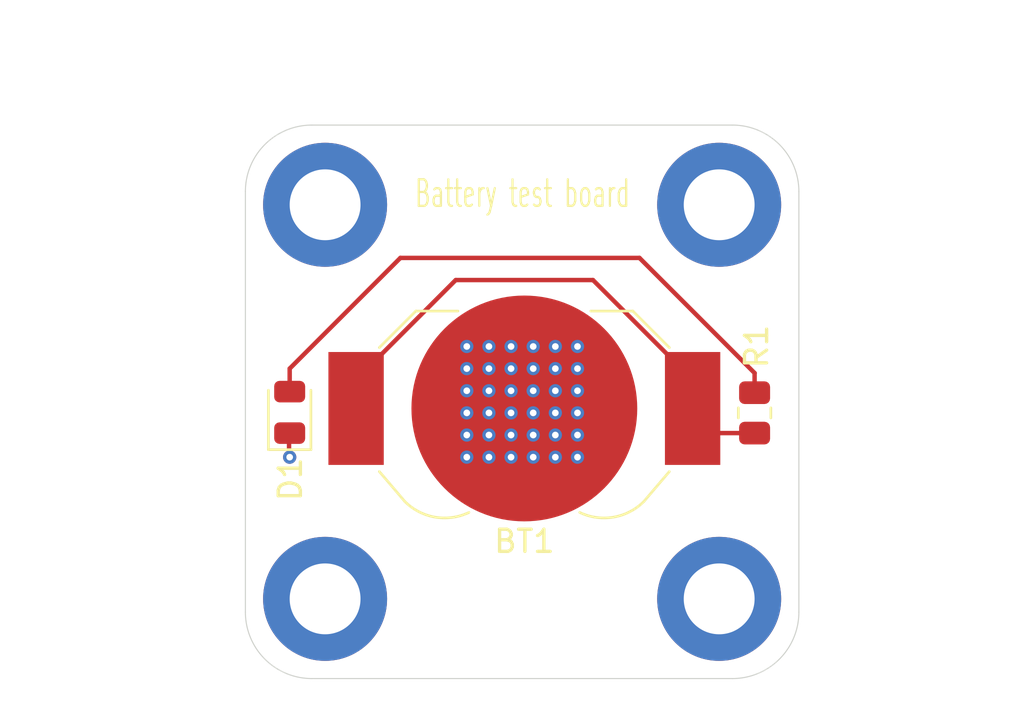
<source format=kicad_pcb>
(kicad_pcb (version 20240108) (generator "pcbnew") (generator_version "8.0")
  (layers (0 "F.Cu" signal) (1 "In1.Cu" signal) (2 "In2.Cu" signal) (31 "B.Cu" signal) (34 "B.Paste" user) (35 "F.Paste" user) (36 "B.SilkS" user "B.Silkscreen") (37 "F.SilkS" user "F.Silkscreen") (38 "B.Mask" user) (39 "F.Mask" user) (44 "Edge.Cuts" user))
  (net 0 "")
  (net 1 "/+V")
  (net 2 "/-V")
  (net 3 "Net-(D1-A)")
  (footprint "LED_SMD:LED_0805_2012Metric" (layer "F.Cu") (at 130.2 100.576413 90)
    (property "Reference" "D1" (at -3.023587 0.028661 -90) (layer "F.SilkS"))
    (property "Value" "LED")
    (fp_line (start 1 -0.96) (end -1.684999 -0.96) (stroke (width 0.12)) (layer "F.SilkS"))
    (fp_line (start -1.684999 -0.96) (end -1.684999 0.96) (stroke (width 0.12)) (layer "F.SilkS"))
    (fp_line (start -1.684999 0.96) (end 1 0.96) (stroke (width 0.12)) (layer "F.SilkS"))
    (pad "1" smd roundrect (at -0.937501 0 90) (size 0.975 1.4) (layers "F.Cu" "F.Paste" "F.Mask") (net 2 "/-V"))
    (pad "2" smd roundrect (at 0.937501 0 90) (size 0.975 1.4) (layers "F.Cu" "F.Paste" "F.Mask") (net 3 "Net-(D1-A)"))
  )
  (footprint "MountingHole:MountingHole_3.2mm_M3_DIN965_Pad" (layer "F.Cu") (at 131.8 109)
    (property "Reference" "H3" (hide yes))
    (property "Value" "MountingHole")
    (pad "1" thru_hole circle (at 0 0) (size 5.6 5.6) (drill 3.2) (layers "*.Cu" "*.Mask"))
  )
  (footprint "MountingHole:MountingHole_3.2mm_M3_DIN965_Pad" (layer "F.Cu") (at 149.6 109)
    (property "Reference" "H4" (hide yes))
    (property "Value" "MountingHole")
    (pad "1" thru_hole circle (at 0 0) (size 5.6 5.6) (drill 3.2) (layers "*.Cu" "*.Mask"))
  )
  (footprint "Resistor_SMD:R_0805_2012Metric" (layer "F.Cu") (at 151.2 100.6 90)
    (property "Reference" "R1" (at 3 0.0875 -90) (layer "F.SilkS"))
    (property "Value" "R")
    (fp_line (start -0.227064 -0.735) (end 0.227064 -0.735) (stroke (width 0.12)) (layer "F.SilkS"))
    (fp_line (start -0.227064 0.735) (end 0.227064 0.735) (stroke (width 0.12)) (layer "F.SilkS"))
    (pad "1" smd roundrect (at -0.9125 0 90) (size 1.025 1.4) (layers "F.Cu" "F.Paste" "F.Mask") (roundrect_rratio 0.243902) (net 1 "/+V"))
    (pad "2" smd roundrect (at 0.9125 0 90) (size 1.025 1.4) (layers "F.Cu" "F.Paste" "F.Mask") (roundrect_rratio 0.243902) (net 3 "Net-(D1-A)"))
  )
  (footprint "MountingHole:MountingHole_3.2mm_M3_DIN965_Pad" (layer "F.Cu") (at 149.6 91.2)
    (property "Reference" "H2" (hide yes))
    (property "Value" "MountingHole")
    (pad "1" thru_hole circle (at 0 0) (size 5.6 5.6) (drill 3.2) (layers "*.Cu" "*.Mask"))
  )
  (footprint "Battery:BatteryHolder_LINX_BAT-HLD-012-SMT" (layer "F.Cu") (at 140.8 100.4)
    (property "Reference" "BT1" (at 0 6 0) (layer "F.SilkS"))
    (property "Value" "Battery")
    (fp_line (start -6.55 -2.75) (end -4.9 -4.4) (stroke (width 0.12)) (layer "F.SilkS"))
    (fp_line (start -6.55 2.85) (end -5.4 4.2) (stroke (width 0.12)) (layer "F.SilkS"))
    (fp_line (start -4.9 -4.4) (end -3 -4.4) (stroke (width 0.12)) (layer "F.SilkS"))
    (fp_line (start 4.9 -4.4) (end 3 -4.4) (stroke (width 0.12)) (layer "F.SilkS"))
    (fp_line (start 4.9 -4.4) (end 6.55 -2.75) (stroke (width 0.12)) (layer "F.SilkS"))
    (fp_line (start 6.55 2.85) (end 5.4 4.2) (stroke (width 0.12)) (layer "F.SilkS"))
    (fp_arc (start -2.504098 4.697607) (mid -4.031094 4.908816) (end -5.4 4.2) (stroke (width 0.12)) (layer "F.SilkS"))
    (fp_arc (start 5.4 4.2) (mid 4.029781 4.909041) (end 2.501694 4.696459) (stroke (width 0.12)) (layer "F.SilkS"))
    (pad "1" smd rect (at -7.6 0) (size 2.5 5.1) (layers "F.Cu" "F.Paste" "F.Mask") (net 1 "/+V"))
    (pad "1" smd rect (at 7.6 0) (size 2.5 5.1) (layers "F.Cu" "F.Paste" "F.Mask") (net 1 "/+V"))
    (pad "2" smd circle (at 0 0) (size 10.2 10.2) (layers "F.Cu" "F.Mask") (net 2 "/-V"))
  )
  (footprint "MountingHole:MountingHole_3.2mm_M3_DIN965_Pad" (layer "F.Cu") (at 131.8 91.2)
    (property "Reference" "H1" (hide yes))
    (property "Value" "MountingHole")
    (pad "1" thru_hole circle (at 0 0) (size 5.6 5.6) (drill 3.2) (layers "*.Cu" "*.Mask"))
  )
  (gr_arc (start 131.2 112.6) (mid 129.07868 111.72132) (end 128.2 109.6) (stroke (width 0.05)) (layer "Edge.Cuts"))
  (gr_line (start 153.2 90.6) (end 153.2 109.6) (stroke (width 0.05)) (layer "Edge.Cuts"))
  (gr_line (start 131.2 87.6) (end 150.2 87.6) (stroke (width 0.05)) (layer "Edge.Cuts"))
  (gr_line (start 150.2 112.6) (end 131.2 112.6) (stroke (width 0.05)) (layer "Edge.Cuts"))
  (gr_arc (start 150.2 87.6) (mid 152.32132 88.47868) (end 153.2 90.6) (stroke (width 0.05)) (layer "Edge.Cuts"))
  (gr_line (start 128.2 109.6) (end 128.2 90.6) (stroke (width 0.05)) (layer "Edge.Cuts"))
  (gr_arc (start 128.2 90.6) (mid 129.07868 88.47868) (end 131.2 87.6) (stroke (width 0.05)) (layer "Edge.Cuts"))
  (gr_arc (start 153.2 109.6) (mid 152.32132 111.72132) (end 150.2 112.6) (stroke (width 0.05)) (layer "Edge.Cuts"))
  (gr_text "Battery test board" (at 135.8 91.4 0) (layer "F.SilkS") (effects (font (size 1.2 0.7) (thickness 0.1)) (justify left bottom)))
  (segment (start 137.7 94.6) (end 133.2 99.1) (width 0.2) (layer "F.Cu") (net 1))
  (segment (start 133.2 99.1) (end 133.2 100.4) (width 0.2) (layer "F.Cu") (net 1))
  (segment (start 148.4 100.4) (end 148.4 99.1) (width 0.2) (layer "F.Cu") (net 1))
  (segment (start 148.4 99.1) (end 143.9 94.6) (width 0.2) (layer "F.Cu") (net 1))
  (segment (start 151.2 101.5125) (end 149.5125 101.5125) (width 0.2) (layer "F.Cu") (net 1))
  (segment (start 143.9 94.6) (end 137.7 94.6) (width 0.2) (layer "F.Cu") (net 1))
  (segment (start 149.5125 101.5125) (end 148.4 100.4) (width 0.2) (layer "F.Cu") (net 1))
  (segment (start 148.2 100.6) (end 148.4 100.4) (width 0.2) (layer "F.Cu") (net 1))
  (segment (start 130.171339 101.513914) (end 130.171339 102.571339) (width 0.2) (layer "F.Cu") (net 2))
  (via (at 142.2 100.6) (size 0.6) (drill 0.3) (layers "F.Cu" "B.Cu") (net 2))
  (via (at 139.2 97.6) (size 0.6) (drill 0.3) (layers "F.Cu" "B.Cu") (net 2))
  (via (at 142.2 97.6) (size 0.6) (drill 0.3) (layers "F.Cu" "B.Cu") (net 2))
  (via (at 139.2 98.6) (size 0.6) (drill 0.3) (layers "F.Cu" "B.Cu") (net 2))
  (via (at 140.2 102.6) (size 0.6) (drill 0.3) (layers "F.Cu" "B.Cu") (net 2))
  (via (at 139.2 99.6) (size 0.6) (drill 0.3) (layers "F.Cu" "B.Cu") (net 2))
  (via (at 140.2 100.6) (size 0.6) (drill 0.3) (layers "F.Cu" "B.Cu") (net 2))
  (via (at 139.2 101.6) (size 0.6) (drill 0.3) (layers "F.Cu" "B.Cu") (net 2))
  (via (at 140.2 97.6) (size 0.6) (drill 0.3) (layers "F.Cu" "B.Cu") (net 2))
  (via (at 141.2 100.6) (size 0.6) (drill 0.3) (layers "F.Cu" "B.Cu") (net 2))
  (via (at 141.2 99.6) (size 0.6) (drill 0.3) (layers "F.Cu" "B.Cu") (net 2))
  (via (at 141.2 97.6) (size 0.6) (drill 0.3) (layers "F.Cu" "B.Cu") (net 2))
  (via (at 140.2 98.6) (size 0.6) (drill 0.3) (layers "F.Cu" "B.Cu") (net 2))
  (via (at 141.2 98.6) (size 0.6) (drill 0.3) (layers "F.Cu" "B.Cu") (net 2))
  (via (at 138.2 102.6) (size 0.6) (drill 0.3) (layers "F.Cu" "B.Cu") (net 2))
  (via (at 142.2 99.6) (size 0.6) (drill 0.3) (layers "F.Cu" "B.Cu") (net 2))
  (via (at 140.2 99.6) (size 0.6) (drill 0.3) (layers "F.Cu" "B.Cu") (net 2))
  (via (at 142.2 102.6) (size 0.6) (drill 0.3) (layers "F.Cu" "B.Cu") (net 2))
  (via (at 140.2 101.6) (size 0.6) (drill 0.3) (layers "F.Cu" "B.Cu") (net 2))
  (via (at 142.2 101.6) (size 0.6) (drill 0.3) (layers "F.Cu" "B.Cu") (net 2))
  (via (at 141.2 101.6) (size 0.6) (drill 0.3) (layers "F.Cu" "B.Cu") (net 2))
  (via (at 139.2 100.6) (size 0.6) (drill 0.3) (layers "F.Cu" "B.Cu") (net 2))
  (via (at 143.2 100.6) (size 0.6) (drill 0.3) (layers "F.Cu" "B.Cu") (net 2))
  (via (at 138.2 99.6) (size 0.6) (drill 0.3) (layers "F.Cu" "B.Cu") (net 2))
  (via (at 138.2 100.6) (size 0.6) (drill 0.3) (layers "F.Cu" "B.Cu") (net 2))
  (via (at 143.2 102.6) (size 0.6) (drill 0.3) (layers "F.Cu" "B.Cu") (net 2))
  (via (at 139.2 102.6) (size 0.6) (drill 0.3) (layers "F.Cu" "B.Cu") (net 2))
  (via (at 143.2 101.6) (size 0.6) (drill 0.3) (layers "F.Cu" "B.Cu") (net 2))
  (via (at 138.2 101.6) (size 0.6) (drill 0.3) (layers "F.Cu" "B.Cu") (net 2))
  (via (at 143.2 97.6) (size 0.6) (drill 0.3) (layers "F.Cu" "B.Cu") (net 2))
  (via (at 130.2 102.6) (size 0.6) (drill 0.3) (layers "F.Cu" "B.Cu") (net 2))
  (via (at 138.2 98.6) (size 0.6) (drill 0.3) (layers "F.Cu" "B.Cu") (net 2))
  (via (at 143.2 98.6) (size 0.6) (drill 0.3) (layers "F.Cu" "B.Cu") (net 2))
  (via (at 142.2 98.6) (size 0.6) (drill 0.3) (layers "F.Cu" "B.Cu") (net 2))
  (via (at 143.2 99.6) (size 0.6) (drill 0.3) (layers "F.Cu" "B.Cu") (net 2))
  (via (at 138.2 97.6) (size 0.6) (drill 0.3) (layers "F.Cu" "B.Cu") (net 2))
  (via (at 141.2 102.6) (size 0.6) (drill 0.3) (layers "F.Cu" "B.Cu") (net 2))
  (segment (start 151.2 98.8) (end 146 93.6) (width 0.2) (layer "F.Cu") (net 3))
  (segment (start 135.2 93.6) (end 130.2 98.6) (width 0.2) (layer "F.Cu") (net 3))
  (segment (start 146 93.6) (end 135.2 93.6) (width 0.2) (layer "F.Cu") (net 3))
  (segment (start 130.2 98.6) (end 130.2 99.638912) (width 0.2) (layer "F.Cu") (net 3))
  (segment (start 151.2 99.6875) (end 151.2 98.8) (width 0.2) (layer "F.Cu") (net 3))
)
</source>
